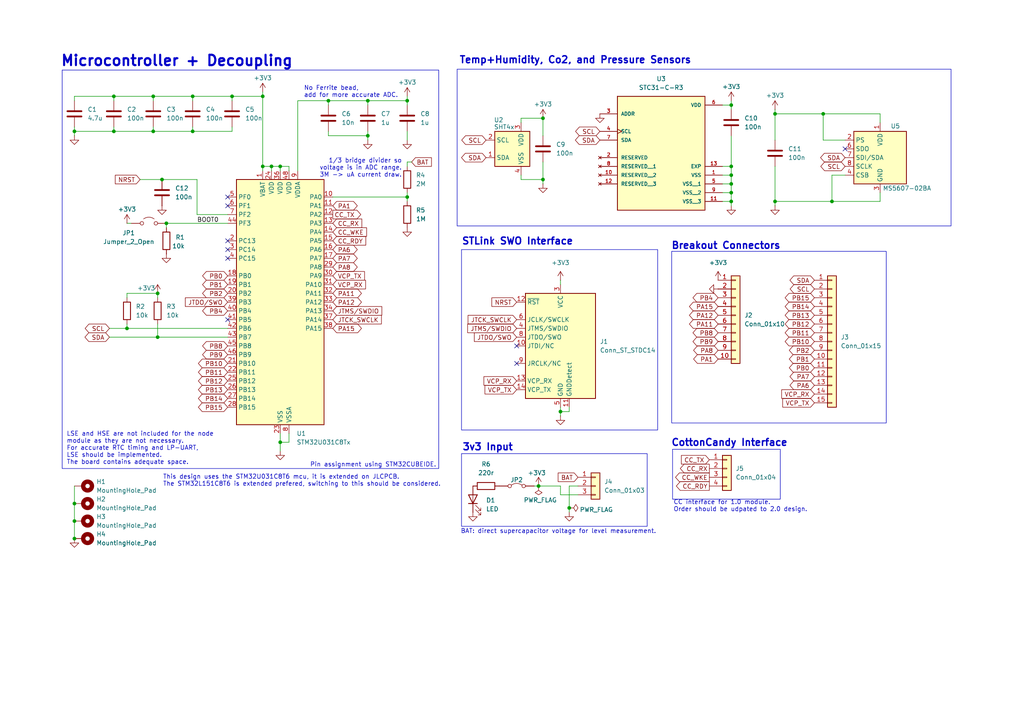
<source format=kicad_sch>
(kicad_sch (version 20250114) (generator "eeschema") (generator_version "9.0")
  (paper "A4")
  (title_block (title "CottonCandy Sensor Module STMU0 Breakout") (date "2025-02-15") (rev "1.0") (company "University of Toronto"))
  (lib_symbols
    (symbol "Connector:Conn_ST_STDC14"
      (property "Reference" "J" (at -8.89 16.51 0))
      (property "Value" "Conn_ST_STDC14" (at 17.78 16.51 0))
      (symbol "Conn_ST_STDC14_1_1"
        (pin no_connect line (at -10.16 5.08 0) (length 2.54) (hide yes) (name "NC") (number "1"))
        (pin no_connect line (at -10.16 2.54 0) (length 2.54) (hide yes) (name "NC") (number "2"))
        (pin passive line (at -2.54 -17.78 90) (length 2.54) (name "GNDDetect") (number "11"))
        (pin power_in line (at 0 17.78 270) (length 2.54) (name "VCC") (number "3"))
        (pin power_in line (at 0 -17.78 90) (length 2.54) (name "GND") (number "5"))
        (pin passive line (at 0 -17.78 90) (length 2.54) (hide yes) (name "GND") (number "7"))
        (pin open_collector line (at 12.7 12.7 180) (length 2.54) (name "~{RST}") (number "12"))
        (pin output line (at 12.7 7.62 180) (length 2.54) (name "JCLK/SWCLK") (number "6"))
        (pin bidirectional line (at 12.7 5.08 180) (length 2.54) (name "JTMS/SWDIO") (number "4"))
        (pin input line (at 12.7 2.54 180) (length 2.54) (name "JTDO/SWO") (number "8"))
        (pin output line (at 12.7 0 180) (length 2.54) (name "JTDI/NC") (number "10"))
        (pin input line (at 12.7 -5.08 180) (length 2.54) (name "JRCLK/NC") (number "9"))
        (pin output line (at 12.7 -10.16 180) (length 2.54) (name "VCP_RX") (number "13"))
        (pin input line (at 12.7 -12.7 180) (length 2.54) (name "VCP_TX") (number "14"))
      )
    )
    (symbol "Connector_Generic:Conn_01x03" (pin_names (offset 1.016) (hide yes))
      (property "Reference" "J" (at 0 5.08 0))
      (property "Value" "Conn_01x03" (at 0 -5.08 0))
      (symbol "Conn_01x03_1_1"
        (pin passive line (at -5.08 2.54 0) (length 3.81) (name "Pin_1") (number "1"))
        (pin passive line (at -5.08 0 0) (length 3.81) (name "Pin_2") (number "2"))
        (pin passive line (at -5.08 -2.54 0) (length 3.81) (name "Pin_3") (number "3"))
      )
    )
    (symbol "Connector_Generic:Conn_01x04" (pin_names (offset 1.016) (hide yes))
      (property "Reference" "J" (at 0 5.08 0))
      (property "Value" "Conn_01x04" (at 0 -7.62 0))
      (symbol "Conn_01x04_1_1"
        (pin passive line (at -5.08 2.54 0) (length 3.81) (name "Pin_1") (number "1"))
        (pin passive line (at -5.08 0 0) (length 3.81) (name "Pin_2") (number "2"))
        (pin passive line (at -5.08 -2.54 0) (length 3.81) (name "Pin_3") (number "3"))
        (pin passive line (at -5.08 -5.08 0) (length 3.81) (name "Pin_4") (number "4"))
      )
    )
    (symbol "Connector_Generic:Conn_01x10" (pin_names (offset 1.016) (hide yes))
      (property "Reference" "J" (at 0 12.7 0))
      (property "Value" "Conn_01x10" (at 0 -15.24 0))
      (symbol "Conn_01x10_1_1"
        (pin passive line (at -5.08 10.16 0) (length 3.81) (name "Pin_1") (number "1"))
        (pin passive line (at -5.08 7.62 0) (length 3.81) (name "Pin_2") (number "2"))
        (pin passive line (at -5.08 5.08 0) (length 3.81) (name "Pin_3") (number "3"))
        (pin passive line (at -5.08 2.54 0) (length 3.81) (name "Pin_4") (number "4"))
        (pin passive line (at -5.08 0 0) (length 3.81) (name "Pin_5") (number "5"))
        (pin passive line (at -5.08 -2.54 0) (length 3.81) (name "Pin_6") (number "6"))
        (pin passive line (at -5.08 -5.08 0) (length 3.81) (name "Pin_7") (number "7"))
        (pin passive line (at -5.08 -7.62 0) (length 3.81) (name "Pin_8") (number "8"))
        (pin passive line (at -5.08 -10.16 0) (length 3.81) (name "Pin_9") (number "9"))
        (pin passive line (at -5.08 -12.7 0) (length 3.81) (name "Pin_10") (number "10"))
      )
    )
    (symbol "Connector_Generic:Conn_01x15" (pin_names (offset 1.016) (hide yes))
      (property "Reference" "J" (at 0 20.32 0))
      (property "Value" "Conn_01x15" (at 0 -20.32 0))
      (symbol "Conn_01x15_1_1"
        (pin passive line (at -5.08 17.78 0) (length 3.81) (name "Pin_1") (number "1"))
        (pin passive line (at -5.08 15.24 0) (length 3.81) (name "Pin_2") (number "2"))
        (pin passive line (at -5.08 12.7 0) (length 3.81) (name "Pin_3") (number "3"))
        (pin passive line (at -5.08 10.16 0) (length 3.81) (name "Pin_4") (number "4"))
        (pin passive line (at -5.08 7.62 0) (length 3.81) (name "Pin_5") (number "5"))
        (pin passive line (at -5.08 5.08 0) (length 3.81) (name "Pin_6") (number "6"))
        (pin passive line (at -5.08 2.54 0) (length 3.81) (name "Pin_7") (number "7"))
        (pin passive line (at -5.08 0 0) (length 3.81) (name "Pin_8") (number "8"))
        (pin passive line (at -5.08 -2.54 0) (length 3.81) (name "Pin_9") (number "9"))
        (pin passive line (at -5.08 -5.08 0) (length 3.81) (name "Pin_10") (number "10"))
        (pin passive line (at -5.08 -7.62 0) (length 3.81) (name "Pin_11") (number "11"))
        (pin passive line (at -5.08 -10.16 0) (length 3.81) (name "Pin_12") (number "12"))
        (pin passive line (at -5.08 -12.7 0) (length 3.81) (name "Pin_13") (number "13"))
        (pin passive line (at -5.08 -15.24 0) (length 3.81) (name "Pin_14") (number "14"))
        (pin passive line (at -5.08 -17.78 0) (length 3.81) (name "Pin_15") (number "15"))
      )
    )
    (symbol "Device:C" (pin_numbers (hide yes)) (pin_names (offset 0.254))
      (property "Reference" "C" (at 0.635 2.54 0))
      (property "Value" "C" (at 0.635 -2.54 0))
      (symbol "C_1_1"
        (pin passive line (at 0 3.81 270) (length 2.794) (name "~") (number "1"))
        (pin passive line (at 0 -3.81 90) (length 2.794) (name "~") (number "2"))
      )
    )
    (symbol "Device:LED" (pin_numbers (hide yes)) (pin_names (offset 1.016) (hide yes))
      (property "Reference" "D" (at 0 2.54 0))
      (property "Value" "LED" (at 0 -2.54 0))
      (symbol "LED_1_1"
        (pin passive line (at -3.81 0 0) (length 2.54) (name "K") (number "1"))
        (pin passive line (at 3.81 0 180) (length 2.54) (name "A") (number "2"))
      )
    )
    (symbol "Device:R" (pin_numbers (hide yes)) (pin_names (offset 0))
      (property "Reference" "R" (at 2.032 0 90))
      (property "Value" "R" (at 0 0 90))
      (symbol "R_1_1"
        (pin passive line (at 0 3.81 270) (length 1.27) (name "~") (number "1"))
        (pin passive line (at 0 -3.81 90) (length 1.27) (name "~") (number "2"))
      )
    )
    (symbol "Jumper:Jumper_2_Bridged" (pin_numbers (hide yes)) (pin_names (offset 0) (hide yes)) (exclude_from_sim yes)
      (property "Reference" "JP" (at 0 1.905 0))
      (property "Value" "Jumper_2_Bridged" (at 0 -2.54 0))
      (symbol "Jumper_2_Bridged_1_1"
        (pin passive line (at -5.08 0 0) (length 2.54) (name "A") (number "1"))
        (pin passive line (at 5.08 0 180) (length 2.54) (name "B") (number "2"))
      )
    )
    (symbol "Jumper:Jumper_2_Open" (pin_numbers (hide yes)) (pin_names (offset 0) (hide yes)) (exclude_from_sim yes)
      (property "Reference" "JP" (at 0 2.794 0))
      (property "Value" "Jumper_2_Open" (at 0 -2.286 0))
      (symbol "Jumper_2_Open_1_1"
        (pin passive line (at -5.08 0 0) (length 2.54) (name "A") (number "1"))
        (pin passive line (at 5.08 0 180) (length 2.54) (name "B") (number "2"))
      )
    )
    (symbol "MCU_ST_STM32U0:STM32U031C8Tx"
      (property "Reference" "U" (at -12.7 36.83 0))
      (property "Value" "STM32U031C8Tx" (at 7.62 36.83 0))
      (symbol "STM32U031C8Tx_1_1"
        (pin bidirectional line (at -15.24 30.48 0) (length 2.54) (name "PF0") (number "5"))
        (pin bidirectional line (at -15.24 27.94 0) (length 2.54) (name "PF1") (number "6"))
        (pin bidirectional line (at -15.24 25.4 0) (length 2.54) (name "PF2") (number "7"))
        (pin bidirectional line (at -15.24 22.86 0) (length 2.54) (name "PF3") (number "44"))
        (pin bidirectional line (at -15.24 17.78 0) (length 2.54) (name "PC13") (number "2"))
        (pin bidirectional line (at -15.24 15.24 0) (length 2.54) (name "PC14") (number "3"))
        (pin bidirectional line (at -15.24 12.7 0) (length 2.54) (name "PC15") (number "4"))
        (pin bidirectional line (at -15.24 7.62 0) (length 2.54) (name "PB0") (number "18"))
        (pin bidirectional line (at -15.24 5.08 0) (length 2.54) (name "PB1") (number "19"))
        (pin bidirectional line (at -15.24 2.54 0) (length 2.54) (name "PB2") (number "20"))
        (pin bidirectional line (at -15.24 0 0) (length 2.54) (name "PB3") (number "39"))
        (pin bidirectional line (at -15.24 -2.54 0) (length 2.54) (name "PB4") (number "40"))
        (pin bidirectional line (at -15.24 -5.08 0) (length 2.54) (name "PB5") (number "41"))
        (pin bidirectional line (at -15.24 -7.62 0) (length 2.54) (name "PB6") (number "42"))
        (pin bidirectional line (at -15.24 -10.16 0) (length 2.54) (name "PB7") (number "43"))
        (pin bidirectional line (at -15.24 -12.7 0) (length 2.54) (name "PB8") (number "45"))
        (pin bidirectional line (at -15.24 -15.24 0) (length 2.54) (name "PB9") (number "46"))
        (pin bidirectional line (at -15.24 -17.78 0) (length 2.54) (name "PB10") (number "21"))
        (pin bidirectional line (at -15.24 -20.32 0) (length 2.54) (name "PB11") (number "22"))
        (pin bidirectional line (at -15.24 -22.86 0) (length 2.54) (name "PB12") (number "25"))
        (pin bidirectional line (at -15.24 -25.4 0) (length 2.54) (name "PB13") (number "26"))
        (pin bidirectional line (at -15.24 -27.94 0) (length 2.54) (name "PB14") (number "27"))
        (pin bidirectional line (at -15.24 -30.48 0) (length 2.54) (name "PB15") (number "28"))
        (pin power_in line (at -5.08 38.1 270) (length 2.54) (name "VBAT") (number "1"))
        (pin power_in line (at -2.54 38.1 270) (length 2.54) (name "VDD") (number "24"))
        (pin power_in line (at 0 38.1 270) (length 2.54) (name "VDD") (number "36"))
        (pin power_in line (at 0 -38.1 90) (length 2.54) (name "VSS") (number "23"))
        (pin passive line (at 0 -38.1 90) (length 2.54) (hide yes) (name "VSS") (number "35"))
        (pin passive line (at 0 -38.1 90) (length 2.54) (hide yes) (name "VSS") (number "47"))
        (pin power_in line (at 2.54 38.1 270) (length 2.54) (name "VDD") (number "48"))
        (pin power_in line (at 2.54 -38.1 90) (length 2.54) (name "VSSA") (number "8"))
        (pin power_in line (at 5.08 38.1 270) (length 2.54) (name "VDDA") (number "9"))
        (pin bidirectional line (at 15.24 30.48 180) (length 2.54) (name "PA0") (number "10"))
        (pin bidirectional line (at 15.24 27.94 180) (length 2.54) (name "PA1") (number "11"))
        (pin bidirectional line (at 15.24 25.4 180) (length 2.54) (name "PA2") (number "12"))
        (pin bidirectional line (at 15.24 22.86 180) (length 2.54) (name "PA3") (number "13"))
        (pin bidirectional line (at 15.24 20.32 180) (length 2.54) (name "PA4") (number "14"))
        (pin bidirectional line (at 15.24 17.78 180) (length 2.54) (name "PA5") (number "15"))
        (pin bidirectional line (at 15.24 15.24 180) (length 2.54) (name "PA6") (number "16"))
        (pin bidirectional line (at 15.24 12.7 180) (length 2.54) (name "PA7") (number "17"))
        (pin bidirectional line (at 15.24 10.16 180) (length 2.54) (name "PA8") (number "29"))
        (pin bidirectional line (at 15.24 7.62 180) (length 2.54) (name "PA9") (number "30"))
        (pin bidirectional line (at 15.24 5.08 180) (length 2.54) (name "PA10") (number "31"))
        (pin bidirectional line (at 15.24 2.54 180) (length 2.54) (name "PA11") (number "32"))
        (pin bidirectional line (at 15.24 0 180) (length 2.54) (name "PA12") (number "33"))
        (pin bidirectional line (at 15.24 -2.54 180) (length 2.54) (name "PA13") (number "34"))
        (pin bidirectional line (at 15.24 -5.08 180) (length 2.54) (name "PA14") (number "37"))
        (pin bidirectional line (at 15.24 -7.62 180) (length 2.54) (name "PA15") (number "38"))
      )
    )
    (symbol "Mechanical:MountingHole_Pad" (pin_numbers (hide yes)) (pin_names (offset 1.016) (hide yes)) (exclude_from_sim yes) (in_bom no)
      (property "Reference" "H" (at 0 6.35 0))
      (property "Value" "MountingHole_Pad" (at 0 4.445 0))
      (symbol "MountingHole_Pad_1_1"
        (pin input line (at 0 -2.54 90) (length 2.54) (name "1") (number "1"))
      )
    )
    (symbol "STC31-C-R3:STC31-C-R3" (pin_names (offset 1.016))
      (property "Reference" "U" (at -12.7 13.462 0))
      (property "Value" "STC31-C-R3" (at -12.7 -22.86 0))
      (symbol "STC31-C-R3_0_0"
        (pin input line (at -17.78 7.62 0) (length 5.08) (name "ADDR") (number "3"))
        (pin input clock (at -17.78 2.54 0) (length 5.08) (name "SCL") (number "4"))
        (pin bidirectional line (at -17.78 0 0) (length 5.08) (name "SDA") (number "7"))
        (pin no_connect line (at -17.78 -5.08 0) (length 5.08) (name "RESERVED") (number "2"))
        (pin no_connect line (at -17.78 -7.62 0) (length 5.08) (name "RESERVED__1") (number "8"))
        (pin no_connect line (at -17.78 -10.16 0) (length 5.08) (name "RESERVED__2") (number "10"))
        (pin no_connect line (at -17.78 -12.7 0) (length 5.08) (name "RESERVED__3") (number "12"))
        (pin power_in line (at 17.78 10.16 180) (length 5.08) (name "VDD") (number "6"))
        (pin power_in line (at 17.78 -7.62 180) (length 5.08) (name "EXP") (number "13"))
        (pin power_in line (at 17.78 -10.16 180) (length 5.08) (name "VSS") (number "1"))
        (pin power_in line (at 17.78 -12.7 180) (length 5.08) (name "VSS__1") (number "5"))
        (pin power_in line (at 17.78 -15.24 180) (length 5.08) (name "VSS__2") (number "9"))
        (pin power_in line (at 17.78 -17.78 180) (length 5.08) (name "VSS__3") (number "11"))
      )
    )
    (symbol "Sensor_Humidity:SHT4x"
      (property "Reference" "U" (at 0 8.89 0))
      (property "Value" "SHT4x" (at 0 6.35 0))
      (symbol "SHT4x_1_1"
        (pin input line (at -7.62 2.54 0) (length 2.54) (name "SCL") (number "2"))
        (pin bidirectional line (at -7.62 -2.54 0) (length 2.54) (name "SDA") (number "1"))
        (pin power_in line (at 2.54 7.62 270) (length 2.54) (name "VDD") (number "3"))
        (pin power_in line (at 2.54 -7.62 90) (length 2.54) (name "VSS") (number "4"))
      )
    )
    (symbol "Sensor_Pressure:MS5607-02BA"
      (property "Reference" "U" (at -6.35 8.89 0))
      (property "Value" "MS5607-02BA" (at 7.62 8.89 0))
      (symbol "MS5607-02BA_1_1"
        (pin input line (at -10.16 5.08 0) (length 2.54) (name "PS") (number "2"))
        (pin output line (at -10.16 2.54 0) (length 2.54) (name "SDO") (number "6"))
        (pin bidirectional line (at -10.16 0 0) (length 2.54) (name "SDI/SDA") (number "7"))
        (pin input line (at -10.16 -2.54 0) (length 2.54) (name "SCLK") (number "8"))
        (pin input line (at -10.16 -5.08 0) (length 2.54) (name "CSB") (number "4"))
        (pin input line (at -10.16 -5.08 0) (length 2.54) (hide yes) (name "CSB") (number "5"))
        (pin power_in line (at 0 10.16 270) (length 2.54) (name "VDD") (number "1"))
        (pin power_in line (at 0 -10.16 90) (length 2.54) (name "GND") (number "3"))
      )
    )
    (symbol "power:+3V3" (power) (pin_numbers (hide yes)) (pin_names (offset 0) (hide yes))
      (property "Value" "+3V3" (at 0 3.556 0))
      (symbol "+3V3_1_1"
        (pin power_in line (at 0 0 90) (length 0) (name "~") (number "1"))
      )
    )
    (symbol "power:GND" (power) (pin_numbers (hide yes)) (pin_names (offset 0) (hide yes))
      (property "Value" "GND" (at 0 -3.81 0))
      (symbol "GND_1_1"
        (pin power_in line (at 0 0 270) (length 0) (name "~") (number "1"))
      )
    )
    (symbol "power:PWR_FLAG" (power) (pin_numbers (hide yes)) (pin_names (offset 0) (hide yes))
      (property "Value" "PWR_FLAG" (at 0 3.81 0))
      (symbol "PWR_FLAG_0_0"
        (pin power_out line (at 0 0 90) (length 0) (name "~") (number "1"))
      )
    )
  )
  (rectangle (start 133.858 131.572) (end 187.706 152.654))
  (rectangle (start 133.858 72.39) (end 190.754 124.714))
  (rectangle (start 195.072 130.302) (end 226.314 144.78))
  (rectangle (start 194.818 72.898) (end 257.048 122.682))
  (rectangle (start 18.034 20.32) (end 127.254 135.89))
  (rectangle (start 132.588 20.066) (end 275.844 65.532))
  (text "No Ferrite bead, \nadd for more accurate ADC." (at 88.138 26.67 0) (effects (font (size 1.27 1.27)) (justify left)))
  (text "Breakout Connectors" (at 210.566 71.374 0) (effects (font (size 2 2) (thickness 0.4) (bold yes))))
  (text "Pin assignment using STM32CUBEIDE." (at 89.916 134.874 0) (effects (font (size 1.27 1.27)) (justify left)))
  (text "LSE and HSE are not included for the node \nmodule as they are not necessary.\nFor accurate RTC timing and LP-UART,\nLSE should be implemented. \nThe board contains adequate space." (at 19.304 130.048 0) (effects (font (size 1.27 1.27)) (justify left)))
  (text "1/3 bridge divider so\nvoltage is in ADC range.\n3M -> uA current draw." (at 116.586 48.768 0) (effects (font (size 1.27 1.27)) (justify right)))
  (text "3v3 Input" (at 141.478 129.794 0) (effects (font (size 2 2) (thickness 0.4) (bold yes))))
  (text "CottonCandy Interface\n" (at 211.582 128.524 0) (effects (font (size 2 2) (thickness 0.4) (bold yes))))
  (text "STLink SWO Interface" (at 150.114 70.104 0) (effects (font (size 2 2) (thickness 0.4) (bold yes))))
  (text "Microcontroller + Decoupling" (at 51.308 17.78 0) (effects (font (size 3 3) (thickness 0.6) (bold yes))))
  (text "CC interface for 1.0 module.\nOrder should be udpated to 2.0 design." (at 195.326 146.812 0) (effects (font (size 1.27 1.27)) (justify left)))
  (text "BAT: direct supercapacitor voltage for level measurement." (at 133.604 154.178 0) (effects (font (size 1.27 1.27)) (justify left)))
  (text "Temp+Humidity, Co2, and Pressure Sensors" (at 166.878 17.526 0) (effects (font (size 2 2) (thickness 0.4) (bold yes))))
  (text "This design uses the STM32U031C8T6 mcu, it is extended on JLCPCB.\nThe STM32L151C8T6 is extended prefered, switching to this should be considered." (at 47.244 139.446 0) (effects (font (size 1.27 1.27)) (justify left)))
  (junction (at 46.99 52.07))
  (junction (at 21.59 151.13))
  (junction (at 76.2 27.94))
  (junction (at 212.09 55.88))
  (junction (at 156.21 140.97))
  (junction (at 224.79 33.02))
  (junction (at 118.11 57.15))
  (junction (at 81.28 128.27))
  (junction (at 224.79 58.42))
  (junction (at 76.2 48.26))
  (junction (at 33.02 27.94))
  (junction (at 238.76 33.02))
  (junction (at 33.02 38.1))
  (junction (at 212.09 48.26))
  (junction (at 21.59 38.1))
  (junction (at 118.11 29.21))
  (junction (at 212.09 50.8))
  (junction (at 81.28 48.26))
  (junction (at 162.56 119.38))
  (junction (at 212.09 58.42))
  (junction (at 45.72 97.79))
  (junction (at 44.45 27.94))
  (junction (at 48.26 64.77))
  (junction (at 78.74 48.26))
  (junction (at 67.31 27.94))
  (junction (at 45.72 85.09))
  (junction (at 21.59 146.05))
  (junction (at 44.45 38.1))
  (junction (at 212.09 53.34))
  (junction (at 106.68 39.37))
  (junction (at 165.1 147.32))
  (junction (at 55.88 38.1))
  (junction (at 106.68 29.21))
  (junction (at 157.48 52.07))
  (junction (at 157.48 34.29))
  (junction (at 212.09 30.48))
  (junction (at 95.25 29.21))
  (junction (at 241.3 58.42))
  (junction (at 36.83 95.25))
  (junction (at 21.59 156.21))
  (junction (at 55.88 27.94))
  (no_connect (at 245.11 43.18))
  (no_connect (at 66.04 59.69))
  (no_connect (at 149.86 105.41))
  (no_connect (at 149.86 100.33))
  (no_connect (at 66.04 92.71))
  (no_connect (at 66.04 69.85))
  (no_connect (at 66.04 72.39))
  (no_connect (at 66.04 74.93))
  (no_connect (at 66.04 57.15))
  (wire (pts (xy 151.13 52.07) (xy 157.48 52.07)))
  (wire (pts (xy 212.09 55.88) (xy 212.09 58.42)))
  (wire (pts (xy 55.88 27.94) (xy 67.31 27.94)))
  (wire (pts (xy 224.79 33.02) (xy 224.79 40.64)))
  (wire (pts (xy 81.28 48.26) (xy 83.82 48.26)))
  (wire (pts (xy 212.09 50.8) (xy 209.55 50.8)))
  (wire (pts (xy 212.09 53.34) (xy 209.55 53.34)))
  (wire (pts (xy 106.68 39.37) (xy 106.68 40.64)))
  (wire (pts (xy 95.25 30.48) (xy 95.25 29.21)))
  (wire (pts (xy 154.94 140.97) (xy 156.21 140.97)))
  (wire (pts (xy 78.74 48.26) (xy 78.74 49.53)))
  (wire (pts (xy 21.59 146.05) (xy 21.59 151.13)))
  (wire (pts (xy 55.88 38.1) (xy 55.88 36.83)))
  (wire (pts (xy 78.74 48.26) (xy 81.28 48.26)))
  (wire (pts (xy 118.11 38.1) (xy 118.11 40.64)))
  (wire (pts (xy 31.75 95.25) (xy 36.83 95.25)))
  (wire (pts (xy 106.68 29.21) (xy 118.11 29.21)))
  (wire (pts (xy 118.11 46.99) (xy 118.11 48.26)))
  (wire (pts (xy 224.79 58.42) (xy 241.3 58.42)))
  (wire (pts (xy 156.21 140.97) (xy 162.56 140.97)))
  (wire (pts (xy 36.83 93.98) (xy 36.83 95.25)))
  (wire (pts (xy 212.09 48.26) (xy 212.09 50.8)))
  (wire (pts (xy 21.59 140.97) (xy 21.59 146.05)))
  (wire (pts (xy 224.79 58.42) (xy 224.79 59.69)))
  (wire (pts (xy 151.13 35.56) (xy 151.13 34.29)))
  (wire (pts (xy 238.76 40.64) (xy 245.11 40.64)))
  (wire (pts (xy 48.26 64.77) (xy 48.26 66.04)))
  (wire (pts (xy 45.72 93.98) (xy 45.72 97.79)))
  (wire (pts (xy 33.02 36.83) (xy 33.02 38.1)))
  (wire (pts (xy 36.83 64.77) (xy 38.1 64.77)))
  (wire (pts (xy 81.28 128.27) (xy 81.28 130.81)))
  (wire (pts (xy 21.59 29.21) (xy 21.59 27.94)))
  (wire (pts (xy 36.83 85.09) (xy 36.83 86.36)))
  (wire (pts (xy 57.15 52.07) (xy 57.15 62.23)))
  (wire (pts (xy 95.25 39.37) (xy 106.68 39.37)))
  (wire (pts (xy 21.59 36.83) (xy 21.59 38.1)))
  (wire (pts (xy 76.2 48.26) (xy 78.74 48.26)))
  (wire (pts (xy 118.11 29.21) (xy 118.11 30.48)))
  (wire (pts (xy 66.04 64.77) (xy 48.26 64.77)))
  (wire (pts (xy 45.72 85.09) (xy 45.72 86.36)))
  (wire (pts (xy 157.48 52.07) (xy 157.48 46.99)))
  (wire (pts (xy 209.55 30.48) (xy 212.09 30.48)))
  (wire (pts (xy 96.52 57.15) (xy 118.11 57.15)))
  (wire (pts (xy 151.13 34.29) (xy 157.48 34.29)))
  (wire (pts (xy 157.48 34.29) (xy 157.48 39.37)))
  (wire (pts (xy 106.68 29.21) (xy 106.68 30.48)))
  (wire (pts (xy 76.2 27.94) (xy 76.2 48.26)))
  (wire (pts (xy 212.09 39.37) (xy 212.09 48.26)))
  (wire (pts (xy 81.28 128.27) (xy 83.82 128.27)))
  (wire (pts (xy 224.79 31.75) (xy 224.79 33.02)))
  (wire (pts (xy 151.13 50.8) (xy 151.13 52.07)))
  (wire (pts (xy 33.02 27.94) (xy 44.45 27.94)))
  (wire (pts (xy 162.56 140.97) (xy 162.56 143.51)))
  (wire (pts (xy 162.56 118.11) (xy 162.56 119.38)))
  (wire (pts (xy 36.83 95.25) (xy 66.04 95.25)))
  (wire (pts (xy 162.56 119.38) (xy 165.1 119.38)))
  (wire (pts (xy 241.3 50.8) (xy 241.3 58.42)))
  (wire (pts (xy 21.59 151.13) (xy 21.59 156.21)))
  (wire (pts (xy 212.09 53.34) (xy 212.09 55.88)))
  (wire (pts (xy 67.31 36.83) (xy 67.31 38.1)))
  (wire (pts (xy 212.09 29.21) (xy 212.09 30.48)))
  (wire (pts (xy 33.02 38.1) (xy 44.45 38.1)))
  (wire (pts (xy 212.09 58.42) (xy 212.09 59.69)))
  (wire (pts (xy 67.31 38.1) (xy 55.88 38.1)))
  (wire (pts (xy 118.11 57.15) (xy 118.11 55.88)))
  (wire (pts (xy 238.76 33.02) (xy 238.76 40.64)))
  (wire (pts (xy 212.09 55.88) (xy 209.55 55.88)))
  (wire (pts (xy 245.11 50.8) (xy 241.3 50.8)))
  (wire (pts (xy 45.72 97.79) (xy 66.04 97.79)))
  (wire (pts (xy 165.1 140.97) (xy 165.1 147.32)))
  (wire (pts (xy 212.09 58.42) (xy 209.55 58.42)))
  (wire (pts (xy 95.25 38.1) (xy 95.25 39.37)))
  (wire (pts (xy 255.27 58.42) (xy 255.27 55.88)))
  (wire (pts (xy 86.36 29.21) (xy 86.36 49.53)))
  (wire (pts (xy 21.59 38.1) (xy 33.02 38.1)))
  (wire (pts (xy 81.28 48.26) (xy 81.28 49.53)))
  (wire (pts (xy 157.48 53.34) (xy 157.48 52.07)))
  (wire (pts (xy 76.2 26.67) (xy 76.2 27.94)))
  (wire (pts (xy 83.82 48.26) (xy 83.82 49.53)))
  (wire (pts (xy 86.36 29.21) (xy 95.25 29.21)))
  (wire (pts (xy 119.38 46.99) (xy 118.11 46.99)))
  (wire (pts (xy 21.59 27.94) (xy 33.02 27.94)))
  (wire (pts (xy 165.1 118.11) (xy 165.1 119.38)))
  (wire (pts (xy 44.45 38.1) (xy 55.88 38.1)))
  (wire (pts (xy 238.76 33.02) (xy 255.27 33.02)))
  (wire (pts (xy 46.99 52.07) (xy 57.15 52.07)))
  (wire (pts (xy 67.31 27.94) (xy 76.2 27.94)))
  (wire (pts (xy 209.55 48.26) (xy 212.09 48.26)))
  (wire (pts (xy 165.1 147.32) (xy 165.1 148.59)))
  (wire (pts (xy 162.56 143.51) (xy 167.64 143.51)))
  (wire (pts (xy 224.79 48.26) (xy 224.79 58.42)))
  (wire (pts (xy 44.45 27.94) (xy 55.88 27.94)))
  (wire (pts (xy 57.15 62.23) (xy 66.04 62.23)))
  (wire (pts (xy 76.2 48.26) (xy 76.2 49.53)))
  (wire (pts (xy 44.45 27.94) (xy 44.45 29.21)))
  (wire (pts (xy 33.02 27.94) (xy 33.02 29.21)))
  (wire (pts (xy 67.31 29.21) (xy 67.31 27.94)))
  (wire (pts (xy 36.83 85.09) (xy 45.72 85.09)))
  (wire (pts (xy 81.28 125.73) (xy 81.28 128.27)))
  (wire (pts (xy 212.09 50.8) (xy 212.09 53.34)))
  (wire (pts (xy 224.79 33.02) (xy 238.76 33.02)))
  (wire (pts (xy 40.64 52.07) (xy 46.99 52.07)))
  (wire (pts (xy 21.59 38.1) (xy 21.59 39.37)))
  (wire (pts (xy 31.75 97.79) (xy 45.72 97.79)))
  (wire (pts (xy 162.56 119.38) (xy 162.56 120.65)))
  (wire (pts (xy 44.45 36.83) (xy 44.45 38.1)))
  (wire (pts (xy 55.88 27.94) (xy 55.88 29.21)))
  (wire (pts (xy 106.68 39.37) (xy 106.68 38.1)))
  (wire (pts (xy 83.82 125.73) (xy 83.82 128.27)))
  (wire (pts (xy 255.27 33.02) (xy 255.27 35.56)))
  (wire (pts (xy 118.11 27.94) (xy 118.11 29.21)))
  (wire (pts (xy 241.3 58.42) (xy 255.27 58.42)))
  (wire (pts (xy 95.25 29.21) (xy 106.68 29.21)))
  (wire (pts (xy 167.64 140.97) (xy 165.1 140.97)))
  (wire (pts (xy 162.56 82.55) (xy 162.56 81.28)))
  (wire (pts (xy 212.09 30.48) (xy 212.09 31.75)))
  (wire (pts (xy 118.11 57.15) (xy 118.11 58.42)))
  (label "BOOT0" (at 57.15 64.77 0))
  (global_label "SCL" (shape bidirectional) (at 173.99 38.1 180) (property "Intersheetrefs" "${INTERSHEET_REFS}" (effects (hide yes))))
  (global_label "VCP_RX" (shape input) (at 149.86 110.49 180) (property "Intersheetrefs" "${INTERSHEET_REFS}" (effects (hide yes))))
  (global_label "CC_RX" (shape input) (at 96.52 64.77 0) (property "Intersheetrefs" "${INTERSHEET_REFS}" (effects (hide yes))))
  (global_label "PA6" (shape bidirectional) (at 236.22 111.76 180) (property "Intersheetrefs" "${INTERSHEET_REFS}" (effects (hide yes))))
  (global_label "PB12" (shape bidirectional) (at 236.22 93.98 180) (property "Intersheetrefs" "${INTERSHEET_REFS}" (effects (hide yes))))
  (global_label "SCL" (shape bidirectional) (at 31.75 95.25 180) (property "Intersheetrefs" "${INTERSHEET_REFS}" (effects (hide yes))))
  (global_label "VCP_TX" (shape input) (at 236.22 116.84 180) (property "Intersheetrefs" "${INTERSHEET_REFS}" (effects (hide yes))))
  (global_label "SDA" (shape bidirectional) (at 236.22 81.28 180) (property "Intersheetrefs" "${INTERSHEET_REFS}" (effects (hide yes))))
  (global_label "SDA" (shape bidirectional) (at 173.99 40.64 180) (property "Intersheetrefs" "${INTERSHEET_REFS}" (effects (hide yes))))
  (global_label "PA12" (shape bidirectional) (at 208.28 91.44 180) (property "Intersheetrefs" "${INTERSHEET_REFS}" (effects (hide yes))))
  (global_label "PB13" (shape bidirectional) (at 236.22 91.44 180) (property "Intersheetrefs" "${INTERSHEET_REFS}" (effects (hide yes))))
  (global_label "SDA" (shape bidirectional) (at 31.75 97.79 180) (property "Intersheetrefs" "${INTERSHEET_REFS}" (effects (hide yes))))
  (global_label "JTMS{slash}SWDIO" (shape input) (at 96.52 90.17 0) (property "Intersheetrefs" "${INTERSHEET_REFS}" (effects (hide yes))))
  (global_label "PB14" (shape bidirectional) (at 236.22 88.9 180) (property "Intersheetrefs" "${INTERSHEET_REFS}" (effects (hide yes))))
  (global_label "PB10" (shape bidirectional) (at 236.22 99.06 180) (property "Intersheetrefs" "${INTERSHEET_REFS}" (effects (hide yes))))
  (global_label "VCP_RX" (shape input) (at 236.22 114.3 180) (property "Intersheetrefs" "${INTERSHEET_REFS}" (effects (hide yes))))
  (global_label "PB9" (shape bidirectional) (at 208.28 99.06 180) (property "Intersheetrefs" "${INTERSHEET_REFS}" (effects (hide yes))))
  (global_label "PB1" (shape bidirectional) (at 66.04 82.55 180) (property "Intersheetrefs" "${INTERSHEET_REFS}" (effects (hide yes))))
  (global_label "JTCK_SWCLK" (shape input) (at 96.52 92.71 0) (property "Intersheetrefs" "${INTERSHEET_REFS}" (effects (hide yes))))
  (global_label "PB14" (shape bidirectional) (at 66.04 115.57 180) (property "Intersheetrefs" "${INTERSHEET_REFS}" (effects (hide yes))))
  (global_label "PB13" (shape bidirectional) (at 66.04 113.03 180) (property "Intersheetrefs" "${INTERSHEET_REFS}" (effects (hide yes))))
  (global_label "PB11" (shape bidirectional) (at 236.22 96.52 180) (property "Intersheetrefs" "${INTERSHEET_REFS}" (effects (hide yes))))
  (global_label "CC_RDY" (shape output) (at 205.74 140.97 180) (property "Intersheetrefs" "${INTERSHEET_REFS}" (effects (hide yes))))
  (global_label "BAT" (shape input) (at 119.38 46.99 0) (property "Intersheetrefs" "${INTERSHEET_REFS}" (effects (hide yes))))
  (global_label "PA8" (shape bidirectional) (at 96.52 77.47 0) (property "Intersheetrefs" "${INTERSHEET_REFS}" (effects (hide yes))))
  (global_label "CC_RDY" (shape input) (at 96.52 69.85 0) (property "Intersheetrefs" "${INTERSHEET_REFS}" (effects (hide yes))))
  (global_label "NRST" (shape input) (at 149.86 87.63 180) (property "Intersheetrefs" "${INTERSHEET_REFS}" (effects (hide yes))))
  (global_label "JTCK_SWCLK" (shape input) (at 149.86 92.71 180) (property "Intersheetrefs" "${INTERSHEET_REFS}" (effects (hide yes))))
  (global_label "PB9" (shape bidirectional) (at 66.04 102.87 180) (property "Intersheetrefs" "${INTERSHEET_REFS}" (effects (hide yes))))
  (global_label "SCL" (shape bidirectional) (at 245.11 48.26 180) (property "Intersheetrefs" "${INTERSHEET_REFS}" (effects (hide yes))))
  (global_label "PA7" (shape bidirectional) (at 236.22 109.22 180) (property "Intersheetrefs" "${INTERSHEET_REFS}" (effects (hide yes))))
  (global_label "PA1" (shape bidirectional) (at 208.28 104.14 180) (property "Intersheetrefs" "${INTERSHEET_REFS}" (effects (hide yes))))
  (global_label "PB11" (shape bidirectional) (at 66.04 107.95 180) (property "Intersheetrefs" "${INTERSHEET_REFS}" (effects (hide yes))))
  (global_label "PB4" (shape bidirectional) (at 208.28 86.36 180) (property "Intersheetrefs" "${INTERSHEET_REFS}" (effects (hide yes))))
  (global_label "SDA" (shape bidirectional) (at 245.11 45.72 180) (property "Intersheetrefs" "${INTERSHEET_REFS}" (effects (hide yes))))
  (global_label "PA12" (shape bidirectional) (at 96.52 87.63 0) (property "Intersheetrefs" "${INTERSHEET_REFS}" (effects (hide yes))))
  (global_label "SDA" (shape bidirectional) (at 140.97 45.72 180) (property "Intersheetrefs" "${INTERSHEET_REFS}" (effects (hide yes))))
  (global_label "NRST" (shape input) (at 40.64 52.07 180) (property "Intersheetrefs" "${INTERSHEET_REFS}" (effects (hide yes))))
  (global_label "PB1" (shape bidirectional) (at 236.22 104.14 180) (property "Intersheetrefs" "${INTERSHEET_REFS}" (effects (hide yes))))
  (global_label "JTDO{slash}SWO" (shape input) (at 149.86 97.79 180) (property "Intersheetrefs" "${INTERSHEET_REFS}" (effects (hide yes))))
  (global_label "PA15" (shape bidirectional) (at 208.28 88.9 180) (property "Intersheetrefs" "${INTERSHEET_REFS}" (effects (hide yes))))
  (global_label "PB15" (shape bidirectional) (at 66.04 118.11 180) (property "Intersheetrefs" "${INTERSHEET_REFS}" (effects (hide yes))))
  (global_label "SCL" (shape bidirectional) (at 140.97 40.64 180) (property "Intersheetrefs" "${INTERSHEET_REFS}" (effects (hide yes))))
  (global_label "PA1" (shape bidirectional) (at 96.52 59.69 0) (property "Intersheetrefs" "${INTERSHEET_REFS}" (effects (hide yes))))
  (global_label "CC_RX" (shape output) (at 205.74 135.89 180) (property "Intersheetrefs" "${INTERSHEET_REFS}" (effects (hide yes))))
  (global_label "PB0" (shape bidirectional) (at 66.04 80.01 180) (property "Intersheetrefs" "${INTERSHEET_REFS}" (effects (hide yes))))
  (global_label "PA15" (shape bidirectional) (at 96.52 95.25 0) (property "Intersheetrefs" "${INTERSHEET_REFS}" (effects (hide yes))))
  (global_label "PB8" (shape bidirectional) (at 208.28 96.52 180) (property "Intersheetrefs" "${INTERSHEET_REFS}" (effects (hide yes))))
  (global_label "CC_TX" (shape output) (at 96.52 62.23 0) (property "Intersheetrefs" "${INTERSHEET_REFS}" (effects (hide yes))))
  (global_label "PA11" (shape bidirectional) (at 208.28 93.98 180) (property "Intersheetrefs" "${INTERSHEET_REFS}" (effects (hide yes))))
  (global_label "PB2" (shape bidirectional) (at 66.04 85.09 180) (property "Intersheetrefs" "${INTERSHEET_REFS}" (effects (hide yes))))
  (global_label "BAT" (shape input) (at 167.64 138.43 180) (property "Intersheetrefs" "${INTERSHEET_REFS}" (effects (hide yes))))
  (global_label "PB8" (shape bidirectional) (at 66.04 100.33 180) (property "Intersheetrefs" "${INTERSHEET_REFS}" (effects (hide yes))))
  (global_label "PB2" (shape bidirectional) (at 236.22 101.6 180) (property "Intersheetrefs" "${INTERSHEET_REFS}" (effects (hide yes))))
  (global_label "VCP_TX" (shape input) (at 149.86 113.03 180) (property "Intersheetrefs" "${INTERSHEET_REFS}" (effects (hide yes))))
  (global_label "CC_WKE" (shape input) (at 96.52 67.31 0) (property "Intersheetrefs" "${INTERSHEET_REFS}" (effects (hide yes))))
  (global_label "JTMS{slash}SWDIO" (shape input) (at 149.86 95.25 180) (property "Intersheetrefs" "${INTERSHEET_REFS}" (effects (hide yes))))
  (global_label "VCP_TX" (shape input) (at 96.52 80.01 0) (property "Intersheetrefs" "${INTERSHEET_REFS}" (effects (hide yes))))
  (global_label "PA7" (shape bidirectional) (at 96.52 74.93 0) (property "Intersheetrefs" "${INTERSHEET_REFS}" (effects (hide yes))))
  (global_label "PA6" (shape bidirectional) (at 96.52 72.39 0) (property "Intersheetrefs" "${INTERSHEET_REFS}" (effects (hide yes))))
  (global_label "CC_WKE" (shape output) (at 205.74 138.43 180) (property "Intersheetrefs" "${INTERSHEET_REFS}" (effects (hide yes))))
  (global_label "PB4" (shape bidirectional) (at 66.04 90.17 180) (property "Intersheetrefs" "${INTERSHEET_REFS}" (effects (hide yes))))
  (global_label "PA11" (shape bidirectional) (at 96.52 85.09 0) (property "Intersheetrefs" "${INTERSHEET_REFS}" (effects (hide yes))))
  (global_label "JTDO{slash}SWO" (shape input) (at 66.04 87.63 180) (property "Intersheetrefs" "${INTERSHEET_REFS}" (effects (hide yes))))
  (global_label "SCL" (shape bidirectional) (at 236.22 83.82 180) (property "Intersheetrefs" "${INTERSHEET_REFS}" (effects (hide yes))))
  (global_label "CC_TX" (shape input) (at 205.74 133.35 180) (property "Intersheetrefs" "${INTERSHEET_REFS}" (effects (hide yes))))
  (global_label "PB0" (shape bidirectional) (at 236.22 106.68 180) (property "Intersheetrefs" "${INTERSHEET_REFS}" (effects (hide yes))))
  (global_label "PB10" (shape bidirectional) (at 66.04 105.41 180) (property "Intersheetrefs" "${INTERSHEET_REFS}" (effects (hide yes))))
  (global_label "PB15" (shape bidirectional) (at 236.22 86.36 180) (property "Intersheetrefs" "${INTERSHEET_REFS}" (effects (hide yes))))
  (global_label "PB12" (shape bidirectional) (at 66.04 110.49 180) (property "Intersheetrefs" "${INTERSHEET_REFS}" (effects (hide yes))))
  (global_label "PA8" (shape bidirectional) (at 208.28 101.6 180) (property "Intersheetrefs" "${INTERSHEET_REFS}" (effects (hide yes))))
  (global_label "VCP_RX" (shape input) (at 96.52 82.55 0) (property "Intersheetrefs" "${INTERSHEET_REFS}" (effects (hide yes))))
  (symbol (lib_id "power:GND") (at 137.16 148.59 0) (unit 1)
    (property "Reference" "#PWR0103" (effects (hide yes)))
    (property "Value" "GND" (effects (hide yes)))
    (property "Description" "Power symbol creates a global label with name \"GND\" , ground" (effects (hide yes)))
  )
  (symbol (lib_id "Device:C") (at 95.25 34.29 0) (unit 1)
    (property "Reference" "C6" (at 99.06 33.0199 0) (effects (justify left)))
    (property "Value" "10n" (at 99.06 35.5599 0) (effects (justify left)))
    (property "Footprint" "Capacitor_SMD:C_0402_1005Metric" (effects (hide yes)))
    (property "Description" "Unpolarized capacitor" (effects (hide yes)))
  )
  (symbol (lib_id "Device:R") (at 118.11 52.07 0) (unit 1)
    (property "Reference" "R4" (at 120.65 50.7999 0) (effects (justify left)))
    (property "Value" "2M" (at 120.65 53.3399 0) (effects (justify left)))
    (property "Footprint" "Resistor_SMD:R_0603_1608Metric" (effects (hide yes)))
    (property "Description" "Resistor" (effects (hide yes)))
  )
  (symbol (lib_id "Device:R") (at 45.72 90.17 0) (unit 1)
    (property "Reference" "R3" (at 48.26 88.8999 0) (effects (justify left)))
    (property "Value" "10k" (at 48.26 91.4399 0) (effects (justify left)))
    (property "Footprint" "Resistor_SMD:R_0402_1005Metric" (effects (hide yes)))
    (property "Description" "Resistor" (effects (hide yes)))
  )
  (symbol (lib_id "Mechanical:MountingHole_Pad") (at 24.13 146.05 270) (unit 1) (exclude_from_sim yes) (in_bom no)
    (property "Reference" "H2" (at 27.94 144.7799 90) (effects (justify left)))
    (property "Value" "MountingHole_Pad" (at 27.94 147.3199 90) (effects (justify left)))
    (property "Footprint" "MountingHole:MountingHole_3.2mm_M3_DIN965_Pad" (effects (hide yes)))
    (property "Description" "Mounting Hole with connection" (effects (hide yes)))
  )
  (symbol (lib_id "Mechanical:MountingHole_Pad") (at 24.13 156.21 270) (unit 1) (exclude_from_sim yes) (in_bom no)
    (property "Reference" "H4" (at 27.94 154.9399 90) (effects (justify left)))
    (property "Value" "MountingHole_Pad" (at 27.94 157.4799 90) (effects (justify left)))
    (property "Footprint" "MountingHole:MountingHole_3.2mm_M3_DIN965_Pad" (effects (hide yes)))
    (property "Description" "Mounting Hole with connection" (effects (hide yes)))
  )
  (symbol (lib_id "STC31-C-R3:STC31-C-R3") (at 191.77 40.64 0) (unit 1)
    (property "Reference" "U3" (at 191.77 22.86 0))
    (property "Value" "STC31-C-R3" (at 191.77 25.4 0))
    (property "Footprint" "STC31_C_R3:XDCR_STC31-C-R3" (effects (hide yes)))
    (property "PARTREV" "3.2" (effects (hide yes)))
    (property "STANDARD" "Manufacturer Recommendations" (effects (hide yes)))
    (property "MAXIMUM_PACKAGE_HEIGHT" "1.1 mm" (effects (hide yes)))
    (property "MANUFACTURER" "Sensirion" (effects (hide yes)))
  )
  (symbol (lib_id "power:+3V3") (at 224.79 31.75 0) (unit 1)
    (property "Reference" "#PWR0126" (effects (hide yes)))
    (property "Value" "+3V3" (at 224.79 27.686 0))
    (property "Description" "Power symbol creates a global label with name \"+3V3\"" (effects (hide yes)))
  )
  (symbol (lib_id "Sensor_Humidity:SHT4x") (at 148.59 43.18 0) (unit 1)
    (property "Reference" "U2" (at 143.256 34.798 0) (effects (justify left)))
    (property "Value" "SHT4x" (at 143.256 36.83 0) (effects (justify left)))
    (property "Footprint" "Sensor_Humidity:Sensirion_DFN-4_1.5x1.5mm_P0.8mm_SHT4x_NoCentralPad" (effects (hide yes)))
    (property "Datasheet" "https://sensirion.com/media/documents/33FD6951/624C4357/Datasheet_SHT4x.pdf" (effects (hide yes)))
    (property "Description" "Digital Humidity and Temperature Sensor, ±1%RH, ±0.1°C, I2C, 1.08-3.6V, 16bit, DFN-4" (effects (hide yes)))
  )
  (symbol (lib_id "power:GND") (at 81.28 130.81 0) (unit 1)
    (property "Reference" "#PWR0102" (effects (hide yes)))
    (property "Value" "GND" (effects (hide yes)))
    (property "Description" "Power symbol creates a global label with name \"GND\" , ground" (effects (hide yes)))
  )
  (symbol (lib_id "power:GND") (at 173.99 33.02 0) (unit 1)
    (property "Reference" "#PWR0120" (effects (hide yes)))
    (property "Value" "GND" (effects (hide yes)))
    (property "Description" "Power symbol creates a global label with name \"GND\" , ground" (effects (hide yes)))
  )
  (symbol (lib_id "power:+3V3") (at 157.48 34.29 0) (unit 1)
    (property "Reference" "#PWR0119" (effects (hide yes)))
    (property "Value" "+3V3" (at 157.48 30.226 0))
    (property "Description" "Power symbol creates a global label with name \"+3V3\"" (effects (hide yes)))
  )
  (symbol (lib_id "Connector_Generic:Conn_01x15") (at 241.3 99.06 0) (unit 1)
    (property "Reference" "J3" (at 243.84 97.7899 0) (effects (justify left)))
    (property "Value" "Conn_01x15" (at 243.84 100.3299 0) (effects (justify left)))
    (property "Footprint" "Connector_PinHeader_2.54mm:PinHeader_1x15_P2.54mm_Vertical" (effects (hide yes)))
    (property "Description" "Generic connector, single row, 01x15, script generated (kicad-library-utils/schlib/autogen/connector/)" (effects (hide yes)))
  )
  (symbol (lib_id "power:GND") (at 208.28 83.82 270) (unit 1)
    (property "Reference" "#PWR0125" (effects (hide yes)))
    (property "Value" "GND" (effects (hide yes)))
    (property "Description" "Power symbol creates a global label with name \"GND\" , ground" (effects (hide yes)))
  )
  (symbol (lib_id "Mechanical:MountingHole_Pad") (at 24.13 140.97 270) (unit 1) (exclude_from_sim yes) (in_bom no)
    (property "Reference" "H1" (at 27.94 139.6999 90) (effects (justify left)))
    (property "Value" "MountingHole_Pad" (at 27.94 142.2399 90) (effects (justify left)))
    (property "Footprint" "MountingHole:MountingHole_3.2mm_M3_DIN965_Pad" (effects (hide yes)))
    (property "Description" "Mounting Hole with connection" (effects (hide yes)))
  )
  (symbol (lib_id "Device:C") (at 224.79 44.45 0) (unit 1)
    (property "Reference" "C11" (at 228.6 43.1799 0) (effects (justify left)))
    (property "Value" "100n" (at 228.6 45.7199 0) (effects (justify left)))
    (property "Footprint" "Capacitor_SMD:C_0402_1005Metric" (effects (hide yes)))
    (property "Description" "Unpolarized capacitor" (effects (hide yes)))
  )
  (symbol (lib_id "power:+3V3") (at 118.11 27.94 0) (unit 1)
    (property "Reference" "#PWR0113" (effects (hide yes)))
    (property "Value" "+3V3" (at 118.11 23.876 0))
    (property "Description" "Power symbol creates a global label with name \"+3V3\"" (effects (hide yes)))
  )
  (symbol (lib_id "Device:C") (at 157.48 43.18 0) (unit 1)
    (property "Reference" "C9" (at 161.29 41.9099 0) (effects (justify left)))
    (property "Value" "100n" (at 161.29 44.4499 0) (effects (justify left)))
    (property "Footprint" "Capacitor_SMD:C_0402_1005Metric" (effects (hide yes)))
    (property "Description" "Unpolarized capacitor" (effects (hide yes)))
  )
  (symbol (lib_id "power:GND") (at 21.59 39.37 0) (unit 1)
    (property "Reference" "#PWR0105" (effects (hide yes)))
    (property "Value" "GND" (effects (hide yes)))
    (property "Description" "Power symbol creates a global label with name \"GND\" , ground" (effects (hide yes)))
  )
  (symbol (lib_id "power:GND") (at 48.26 73.66 0) (unit 1)
    (property "Reference" "#PWR0108" (effects (hide yes)))
    (property "Value" "GND" (effects (hide yes)))
    (property "Description" "Power symbol creates a global label with name \"GND\" , ground" (effects (hide yes)))
  )
  (symbol (lib_id "power:GND") (at 46.99 59.69 0) (unit 1)
    (property "Reference" "#PWR0107" (effects (hide yes)))
    (property "Value" "GND" (effects (hide yes)))
    (property "Description" "Power symbol creates a global label with name \"GND\" , ground" (effects (hide yes)))
  )
  (symbol (lib_id "power:GND") (at 162.56 120.65 0) (unit 1)
    (property "Reference" "#PWR0117" (effects (hide yes)))
    (property "Value" "GND" (effects (hide yes)))
    (property "Description" "Power symbol creates a global label with name \"GND\" , ground" (effects (hide yes)))
  )
  (symbol (lib_id "Device:C") (at 118.11 34.29 0) (unit 1)
    (property "Reference" "C8" (at 121.92 33.0199 0) (effects (justify left)))
    (property "Value" "1u" (at 121.92 35.5599 0) (effects (justify left)))
    (property "Footprint" "Capacitor_SMD:C_0402_1005Metric" (effects (hide yes)))
    (property "Description" "Unpolarized capacitor" (effects (hide yes)))
  )
  (symbol (lib_id "power:PWR_FLAG") (at 165.1 147.32 270) (mirror x) (unit 1)
    (property "Reference" "#FLG0101" (effects (hide yes)))
    (property "Value" "PWR_FLAG" (at 172.974 147.828 90))
    (property "Description" "Special symbol for telling ERC where power comes from" (effects (hide yes)))
  )
  (symbol (lib_id "Device:R") (at 140.97 140.97 90) (unit 1)
    (property "Reference" "R6" (at 140.97 134.62 90))
    (property "Value" "220r" (at 140.97 137.16 90))
    (property "Footprint" "Resistor_SMD:R_0402_1005Metric" (effects (hide yes)))
    (property "Description" "Resistor" (effects (hide yes)))
  )
  (symbol (lib_id "Connector_Generic:Conn_01x04") (at 210.82 135.89 0) (unit 1)
    (property "Reference" "J5" (at 213.36 135.8899 0) (effects (justify left)))
    (property "Value" "Conn_01x04" (at 213.36 138.4299 0) (effects (justify left)))
    (property "Footprint" "Connector_JST:JST_XH_B4B-XH-A_1x04_P2.50mm_Vertical" (effects (hide yes)))
    (property "Description" "Generic connector, single row, 01x04, script generated (kicad-library-utils/schlib/autogen/connector/)" (effects (hide yes)))
  )
  (symbol (lib_id "power:GND") (at 21.59 156.21 0) (unit 1)
    (property "Reference" "#PWR0101" (effects (hide yes)))
    (property "Value" "GND" (effects (hide yes)))
    (property "Description" "Power symbol creates a global label with name \"GND\" , ground" (effects (hide yes)))
  )
  (symbol (lib_id "Device:R") (at 118.11 62.23 0) (unit 1)
    (property "Reference" "R5" (at 120.65 60.9599 0) (effects (justify left)))
    (property "Value" "1M" (at 120.65 63.4999 0) (effects (justify left)))
    (property "Footprint" "Resistor_SMD:R_0402_1005Metric" (effects (hide yes)))
    (property "Description" "Resistor" (effects (hide yes)))
  )
  (symbol (lib_id "power:+3V3") (at 212.09 29.21 0) (unit 1)
    (property "Reference" "#PWR0118" (effects (hide yes)))
    (property "Value" "+3V3" (at 212.09 25.146 0))
    (property "Description" "Power symbol creates a global label with name \"+3V3\"" (effects (hide yes)))
  )
  (symbol (lib_id "power:GND") (at 106.68 40.64 0) (unit 1)
    (property "Reference" "#PWR0106" (effects (hide yes)))
    (property "Value" "GND" (effects (hide yes)))
    (property "Description" "Power symbol creates a global label with name \"GND\" , ground" (effects (hide yes)))
  )
  (symbol (lib_id "Device:C") (at 46.99 55.88 0) (unit 1)
    (property "Reference" "C12" (at 50.8 54.6099 0) (effects (justify left)))
    (property "Value" "100n" (at 50.8 57.1499 0) (effects (justify left)))
    (property "Footprint" "Capacitor_SMD:C_0402_1005Metric" (effects (hide yes)))
    (property "Description" "Unpolarized capacitor" (effects (hide yes)))
  )
  (symbol (lib_id "power:+3V3") (at 36.83 64.77 0) (unit 1)
    (property "Reference" "#PWR0110" (effects (hide yes)))
    (property "Value" "+3V3" (at 36.83 60.706 0))
    (property "Description" "Power symbol creates a global label with name \"+3V3\"" (effects (hide yes)))
  )
  (symbol (lib_id "Device:C") (at 67.31 33.02 0) (unit 1)
    (property "Reference" "C5" (at 71.12 31.7499 0) (effects (justify left)))
    (property "Value" "100n" (at 71.12 34.2899 0) (effects (justify left)))
    (property "Footprint" "Capacitor_SMD:C_0402_1005Metric" (effects (hide yes)))
    (property "Description" "Unpolarized capacitor" (effects (hide yes)))
  )
  (symbol (lib_id "Connector:Conn_ST_STDC14") (at 162.56 100.33 0) (mirror y) (unit 1)
    (property "Reference" "J1" (at 173.99 99.0599 0) (effects (justify right)))
    (property "Value" "Conn_ST_STDC14" (at 173.99 101.5999 0) (effects (justify right)))
    (property "Footprint" "Connector_PinHeader_1.27mm:PinHeader_2x07_P1.27mm_Vertical" (effects (hide yes)))
    (property "Datasheet" "https://www.st.com/content/ccc/resource/technical/document/user_manual/group1/99/49/91/b6/b2/3a/46/e5/DM00526767/files/DM00526767.pdf/jcr:content/translations/en.DM00526767.pdf" (effects (hide yes)))
    (property "Description" "ST Debug Connector, standard ARM Cortex-M SWD and JTAG interface plus UART" (effects (hide yes)))
  )
  (symbol (lib_id "Jumper:Jumper_2_Open") (at 43.18 64.77 0) (unit 1) (exclude_from_sim yes)
    (property "Reference" "JP1" (at 37.338 67.564 0))
    (property "Value" "Jumper_2_Open" (at 37.338 70.104 0))
    (property "Footprint" "TestPoint:TestPoint_2Pads_Pitch2.54mm_Drill0.8mm" (effects (hide yes)))
    (property "Description" "Jumper, 2-pole, open" (effects (hide yes)))
  )
  (symbol (lib_id "power:GND") (at 212.09 59.69 0) (unit 1)
    (property "Reference" "#PWR0128" (effects (hide yes)))
    (property "Value" "GND" (effects (hide yes)))
    (property "Description" "Power symbol creates a global label with name \"GND\" , ground" (effects (hide yes)))
  )
  (symbol (lib_id "Mechanical:MountingHole_Pad") (at 24.13 151.13 270) (unit 1) (exclude_from_sim yes) (in_bom no)
    (property "Reference" "H3" (at 27.94 149.8599 90) (effects (justify left)))
    (property "Value" "MountingHole_Pad" (at 27.94 152.3999 90) (effects (justify left)))
    (property "Footprint" "MountingHole:MountingHole_3.2mm_M3_DIN965_Pad" (effects (hide yes)))
    (property "Description" "Mounting Hole with connection" (effects (hide yes)))
  )
  (symbol (lib_id "power:GND") (at 157.48 53.34 0) (unit 1)
    (property "Reference" "#PWR0121" (effects (hide yes)))
    (property "Value" "GND" (effects (hide yes)))
    (property "Description" "Power symbol creates a global label with name \"GND\" , ground" (effects (hide yes)))
  )
  (symbol (lib_id "Device:R") (at 48.26 69.85 0) (mirror y) (unit 1)
    (property "Reference" "R1" (at 53.594 68.834 0) (effects (justify left)))
    (property "Value" "10k" (at 53.594 71.374 0) (effects (justify left)))
    (property "Footprint" "Resistor_SMD:R_0402_1005Metric" (effects (hide yes)))
    (property "Description" "Resistor" (effects (hide yes)))
  )
  (symbol (lib_id "MCU_ST_STM32U0:STM32U031C8Tx") (at 81.28 87.63 0) (unit 1)
    (property "Reference" "U1" (at 86.0141 125.73 0) (effects (justify left)))
    (property "Value" "STM32U031C8Tx" (at 86.0141 128.27 0) (effects (justify left)))
    (property "Footprint" "Package_QFP:LQFP-48_7x7mm_P0.5mm" (effects (hide yes)))
    (property "Datasheet" "https://www.st.com/resource/en/datasheet/stm32u031c8.pdf" (effects (hide yes)))
    (property "Description" "STMicroelectronics Arm Cortex-M0+ MCU, 64KB flash, 12KB RAM, 39 GPIO, LQFP48" (effects (hide yes)))
  )
  (symbol (lib_id "power:+3V3") (at 76.2 26.67 0) (unit 1)
    (property "Reference" "#PWR0104" (effects (hide yes)))
    (property "Value" "+3V3" (at 76.2 22.606 0))
    (property "Description" "Power symbol creates a global label with name \"+3V3\"" (effects (hide yes)))
  )
  (symbol (lib_id "Jumper:Jumper_2_Bridged") (at 149.86 140.97 0) (unit 1) (exclude_from_sim yes)
    (property "Reference" "JP2" (at 149.86 139.192 0))
    (property "Value" "JP" (effects (hide yes)))
    (property "Footprint" "TestPoint:TestPoint_2Pads_Pitch2.54mm_Drill0.8mm" (effects (hide yes)))
    (property "Description" "Jumper, 2-pole, closed/bridged" (effects (hide yes)))
  )
  (symbol (lib_id "power:GND") (at 224.79 59.69 0) (unit 1)
    (property "Reference" "#PWR0127" (effects (hide yes)))
    (property "Value" "GND" (effects (hide yes)))
    (property "Description" "Power symbol creates a global label with name \"GND\" , ground" (effects (hide yes)))
  )
  (symbol (lib_id "power:GND") (at 118.11 66.04 0) (unit 1)
    (property "Reference" "#PWR0111" (effects (hide yes)))
    (property "Value" "GND" (effects (hide yes)))
    (property "Description" "Power symbol creates a global label with name \"GND\" , ground" (effects (hide yes)))
  )
  (symbol (lib_id "Device:R") (at 36.83 90.17 0) (unit 1)
    (property "Reference" "R2" (at 39.37 88.8999 0) (effects (justify left)))
    (property "Value" "10k" (at 39.37 91.4399 0) (effects (justify left)))
    (property "Footprint" "Resistor_SMD:R_0402_1005Metric" (effects (hide yes)))
    (property "Description" "Resistor" (effects (hide yes)))
  )
  (symbol (lib_id "Connector_Generic:Conn_01x10") (at 213.36 91.44 0) (unit 1)
    (property "Reference" "J2" (at 215.9 91.4399 0) (effects (justify left)))
    (property "Value" "Conn_01x10" (at 215.9 93.9799 0) (effects (justify left)))
    (property "Footprint" "Connector_PinHeader_2.54mm:PinHeader_1x10_P2.54mm_Vertical" (effects (hide yes)))
    (property "Description" "Generic connector, single row, 01x10, script generated (kicad-library-utils/schlib/autogen/connector/)" (effects (hide yes)))
  )
  (symbol (lib_id "power:GND") (at 165.1 148.59 0) (unit 1)
    (property "Reference" "#PWR0115" (effects (hide yes)))
    (property "Value" "GND" (effects (hide yes)))
    (property "Description" "Power symbol creates a global label with name \"GND\" , ground" (effects (hide yes)))
  )
  (symbol (lib_id "power:+3V3") (at 208.28 81.28 0) (unit 1)
    (property "Reference" "#PWR0123" (effects (hide yes)))
    (property "Value" "+3V3" (at 208.28 76.2 0))
    (property "Description" "Power symbol creates a global label with name \"+3V3\"" (effects (hide yes)))
  )
  (symbol (lib_id "Device:C") (at 21.59 33.02 0) (unit 1)
    (property "Reference" "C1" (at 25.4 31.7499 0) (effects (justify left)))
    (property "Value" "4.7u" (at 25.4 34.2899 0) (effects (justify left)))
    (property "Footprint" "Capacitor_SMD:C_0603_1608Metric" (effects (hide yes)))
    (property "Description" "Unpolarized capacitor" (effects (hide yes)))
  )
  (symbol (lib_id "Device:C") (at 212.09 35.56 0) (unit 1)
    (property "Reference" "C10" (at 215.9 34.2899 0) (effects (justify left)))
    (property "Value" "100n" (at 215.9 36.8299 0) (effects (justify left)))
    (property "Footprint" "Capacitor_SMD:C_0402_1005Metric" (effects (hide yes)))
    (property "Description" "Unpolarized capacitor" (effects (hide yes)))
  )
  (symbol (lib_id "power:PWR_FLAG") (at 156.21 140.97 0) (mirror x) (unit 1)
    (property "Reference" "#FLG0102" (effects (hide yes)))
    (property "Value" "PWR_FLAG" (at 156.718 145.034 0))
    (property "Description" "Special symbol for telling ERC where power comes from" (effects (hide yes)))
  )
  (symbol (lib_id "Device:C") (at 106.68 34.29 0) (unit 1)
    (property "Reference" "C7" (at 110.49 33.0199 0) (effects (justify left)))
    (property "Value" "1u" (at 110.49 35.5599 0) (effects (justify left)))
    (property "Footprint" "Capacitor_SMD:C_0402_1005Metric" (effects (hide yes)))
    (property "Description" "Unpolarized capacitor" (effects (hide yes)))
  )
  (symbol (lib_id "power:GND") (at 118.11 40.64 0) (unit 1)
    (property "Reference" "#PWR0112" (effects (hide yes)))
    (property "Value" "GND" (effects (hide yes)))
    (property "Description" "Power symbol creates a global label with name \"GND\" , ground" (effects (hide yes)))
  )
  (symbol (lib_id "power:+3V3") (at 162.56 81.28 0) (unit 1)
    (property "Reference" "#PWR0116" (effects (hide yes)))
    (property "Value" "+3V3" (at 162.56 76.2 0))
    (property "Description" "Power symbol creates a global label with name \"+3V3\"" (effects (hide yes)))
  )
  (symbol (lib_id "Device:C") (at 55.88 33.02 0) (unit 1)
    (property "Reference" "C4" (at 59.69 31.7499 0) (effects (justify left)))
    (property "Value" "100n" (at 59.69 34.2899 0) (effects (justify left)))
    (property "Footprint" "Capacitor_SMD:C_0402_1005Metric" (effects (hide yes)))
    (property "Description" "Unpolarized capacitor" (effects (hide yes)))
  )
  (symbol (lib_id "Connector_Generic:Conn_01x03") (at 172.72 140.97 0) (unit 1)
    (property "Reference" "J4" (at 175.26 139.6999 0) (effects (justify left)))
    (property "Value" "Conn_01x03" (at 175.26 142.2399 0) (effects (justify left)))
    (property "Footprint" "Connector_JST:JST_XH_B3B-XH-A_1x03_P2.50mm_Vertical" (effects (hide yes)))
    (property "Description" "Generic connector, single row, 01x03, script generated (kicad-library-utils/schlib/autogen/connector/)" (effects (hide yes)))
  )
  (symbol (lib_id "Device:C") (at 33.02 33.02 0) (unit 1)
    (property "Reference" "C2" (at 36.83 31.7499 0) (effects (justify left)))
    (property "Value" "100n" (at 36.83 34.2899 0) (effects (justify left)))
    (property "Footprint" "Capacitor_SMD:C_0402_1005Metric" (effects (hide yes)))
    (property "Description" "Unpolarized capacitor" (effects (hide yes)))
  )
  (symbol (lib_id "Sensor_Pressure:MS5607-02BA") (at 255.27 45.72 0) (unit 1)
    (property "Reference" "U5" (at 258.318 36.576 0) (effects (justify left)))
    (property "Value" "MS5607-02BA" (at 256.032 54.61 0) (effects (justify left)))
    (property "Footprint" "Package_LGA:LGA-8_3x5mm_P1.25mm" (effects (hide yes)))
    (property "Datasheet" "https://www.te.com/commerce/DocumentDelivery/DDEController?Action=showdoc&DocId=Data+Sheet%7FMS5607-02BA03%7FB2%7Fpdf%7FEnglish%7FENG_DS_MS5607-02BA03_B2.pdf%7FCAT-BLPS0035" (effects (hide yes)))
    (property "Description" "Barometric pressure sensor, 20cm resolution, 10 to 1200 mbar, I2C and SPI interface up to 20MHz, LGA-8" (effects (hide yes)))
  )
  (symbol (lib_id "Device:LED") (at 137.16 144.78 90) (unit 1)
    (property "Reference" "D1" (at 140.97 145.0974 90) (effects (justify right)))
    (property "Value" "LED" (at 140.97 147.6374 90) (effects (justify right)))
    (property "Footprint" "LED_SMD:LED_0603_1608Metric" (effects (hide yes)))
    (property "Description" "Light emitting diode" (effects (hide yes)))
    (property "Sim.Pins" "1=K 2=A" (effects (hide yes)))
  )
  (symbol (lib_id "power:+3V3") (at 45.72 85.09 0) (unit 1)
    (property "Reference" "#PWR0109" (effects (hide yes)))
    (property "Value" "+3V3" (at 42.418 83.566 0))
    (property "Description" "Power symbol creates a global label with name \"+3V3\"" (effects (hide yes)))
  )
  (symbol (lib_id "power:+3V3") (at 156.21 140.97 0) (unit 1)
    (property "Reference" "#PWR0114" (effects (hide yes)))
    (property "Value" "+3V3" (at 155.702 137.16 0))
    (property "Description" "Power symbol creates a global label with name \"+3V3\"" (effects (hide yes)))
  )
  (symbol (lib_id "Device:C") (at 44.45 33.02 0) (unit 1)
    (property "Reference" "C3" (at 48.26 31.7499 0) (effects (justify left)))
    (property "Value" "100n" (at 48.26 34.2899 0) (effects (justify left)))
    (property "Footprint" "Capacitor_SMD:C_0402_1005Metric" (effects (hide yes)))
    (property "Description" "Unpolarized capacitor" (effects (hide yes)))
  )
)
</source>
